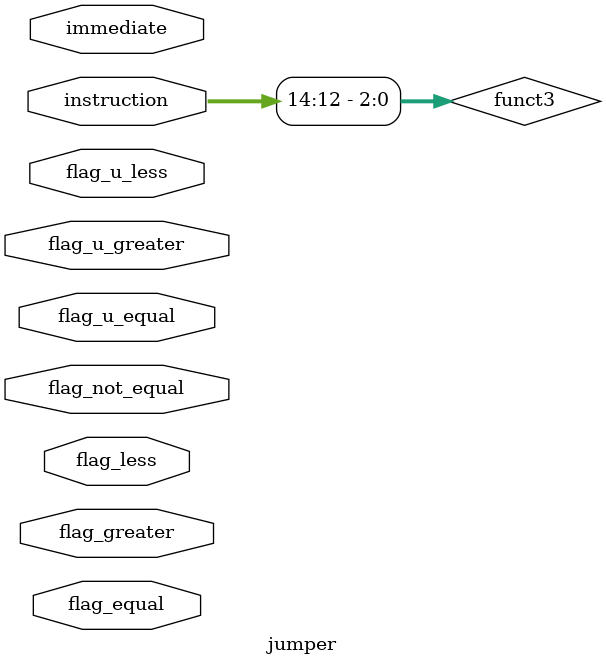
<source format=v>
/* jumper */
module jumper #(
    parameter WORDSIZE = 64,           /* define o tamanho da palavra */
    parameter INSTRUCTION_SIZE = 32    /* tamanho da instrução (32 para o RISC-V) */
) (
    input wire [WORDSIZE-1:0] immediate,           /* immediate */
    input wire [INSTRUCTION_SIZE-1:0] instruction,  /* instrução de 32 bits */
    input wire flag_equal,                         /* flag igualdade */
    input wire flag_not_equal,                     /* flag não igualdade */
    input wire flag_greater,                       /* flag maior */
    input wire flag_less,                          /* flag menor */
    input wire flag_u_equal,                       /* flag igualdade (sem sinal) */
    input wire flag_u_greater,                     /* flag maior (sem sinal) */
    input wire flag_u_less                         /* flag menor (sem sinal) */
);
    wire [2:0] funct3 = instruction[14:12];
    reg [WORDSIZE-1:0] inc;

    /* funct3 das instruções de branchs */
    localparam 
        funct3_beq =  3'b000,    /* beq */
        funct3_bne =  3'b001,    /* bne */
        funct3_blt =  3'b100,    /* blt */
        funct3_bge =  3'b101,    /* bge */
        funct3_bltu = 3'b110,    /* bltu */
        funct3_bgeu = 3'b111;    /* bgeu */

    localparam
        defalt_inc = 64'h0000_0000_0000_0001;

    always @(*) begin
        case (funct3)
            /* branch equal */
            funct3_beq: begin
                if(flag_equal == 1)
                    inc = immediate;
                else
                    inc = defalt_inc;
            end

            /* branch not equal */
            funct3_bne: begin
                if(flag_not_equal == 1)
                    inc = immediate;
                else
                    inc = defalt_inc;
            end

            /* branch less than */
            funct3_blt: begin
                if(flag_less == 1)
                    inc = immediate;
                else
                    inc = defalt_inc;
            end

            /* branch greater or equal */
            funct3_bge: begin
                if(flag_greater == 1 || flag_equal == 1)
                    inc = immediate;
                else
                    inc = defalt_inc;
            end

            /* branch less than unsigned */
            funct3_bltu: begin
                if(flag_u_less == 1)
                    inc = immediate;
                else
                    inc = defalt_inc;
            end

            /* branch greater */
            funct3_bgeu: begin
                if(flag_u_greater == 1)
                    inc = immediate;
                else
                    inc = defalt_inc;
            end

            /* default (nenhuma das instruções tipo branch) */
            default: 
                inc = defalt_inc;
        endcase
    end

endmodule
</source>
